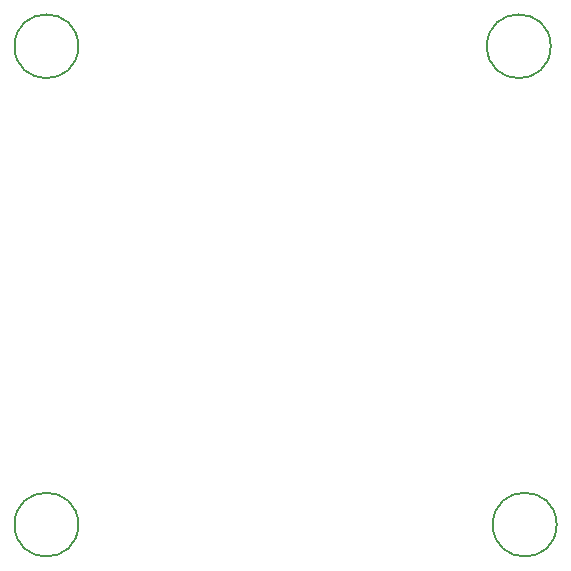
<source format=gbr>
G04 #@! TF.GenerationSoftware,KiCad,Pcbnew,8.0.5*
G04 #@! TF.CreationDate,2024-09-17T16:22:35-07:00*
G04 #@! TF.ProjectId,RP2040_PCB,52503230-3430-45f5-9043-422e6b696361,rev?*
G04 #@! TF.SameCoordinates,Original*
G04 #@! TF.FileFunction,Other,Comment*
%FSLAX46Y46*%
G04 Gerber Fmt 4.6, Leading zero omitted, Abs format (unit mm)*
G04 Created by KiCad (PCBNEW 8.0.5) date 2024-09-17 16:22:35*
%MOMM*%
%LPD*%
G01*
G04 APERTURE LIST*
%ADD10C,0.150000*%
G04 APERTURE END LIST*
D10*
G04 #@! TO.C,H2*
X174606066Y-81211781D02*
G75*
G02*
X169206066Y-81211781I-2700000J0D01*
G01*
X169206066Y-81211781D02*
G75*
G02*
X174606066Y-81211781I2700000J0D01*
G01*
G04 #@! TO.C,H4*
X134606066Y-121711781D02*
G75*
G02*
X129206066Y-121711781I-2700000J0D01*
G01*
X129206066Y-121711781D02*
G75*
G02*
X134606066Y-121711781I2700000J0D01*
G01*
G04 #@! TO.C,H1*
X134606066Y-81211781D02*
G75*
G02*
X129206066Y-81211781I-2700000J0D01*
G01*
X129206066Y-81211781D02*
G75*
G02*
X134606066Y-81211781I2700000J0D01*
G01*
G04 #@! TO.C,H3*
X175106066Y-121711781D02*
G75*
G02*
X169706066Y-121711781I-2700000J0D01*
G01*
X169706066Y-121711781D02*
G75*
G02*
X175106066Y-121711781I2700000J0D01*
G01*
G04 #@! TD*
M02*

</source>
